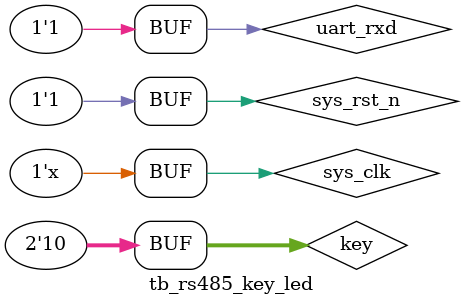
<source format=v>
`timescale  1ns/1ns                // ¶¨Òå·ÂÕæÊ±¼äµ¥Î»1nsºÍ·ÂÕæÊ±¼ä¾«¶ÈÎª1ns

module  tb_rs485_key_led;      // ²âÊÔÄ£¿é

//parameter  define
parameter  T = 20;                 // Ê±ÖÓÖÜÆÚÎª10ns

//defparam  define
defparam u_rs485_key_led.u_key_trig.u_key_debounce_0.CNT_MAX=10;
defparam u_rs485_key_led.u_key_trig.u_key_debounce_1.CNT_MAX=10;

//reg define
reg         sys_clk  ;  // Ê±ÖÓÐÅºÅ
reg         sys_rst_n;  // ¸´Î»ÐÅºÅ
reg  [1:0]  key      ;  // ¸´Î»ÐÅºÅ
reg         uart_rxd ;  // UART½ÓÊÕ¶Ë¿Ú

//*****************************************************
//**                    main code
//*****************************************************

//¸øÊäÈëÐÅºÅ³õÊ¼Öµ
initial begin
   sys_clk            = 1'b0 ;  
   sys_rst_n          = 1'b0 ;     // ¸´Î»
   key                = 2'b11;     //°´¼ü
   uart_rxd           = 1'b1 ;     //¿ÕÏÐÎª¸ß
    #(T+10)
   sys_rst_n  = 1'b1;              // ÔÚµÚ30nsµÄÊ±ºò¸´Î»ÐÅºÅÐÅºÅÀ­¸ß
    #(1000) 
   uart_rxd           = 1'b0 ;     //ÆðÊ¼Î»
    #(8680)
   uart_rxd           = 1'b0 ;     //bit0Î»
    #(8680)
   uart_rxd           = 1'b0 ;     //bit1Î»
    #(8680)
   uart_rxd           = 1'b0 ;     //bit2Î»
    #(8680)
   uart_rxd           = 1'b0 ;     //bit3Î»
    #(8680)
   uart_rxd           = 1'b0 ;     //bit4Î»
    #(8680)
   uart_rxd           = 1'b0 ;     //bit5Î»
    #(8680)
   uart_rxd           = 1'b0 ;     //bit6Î»
    #(8680)
   uart_rxd           = 1'b0 ;     //bit7Î»
    #(8680)
   uart_rxd           = 1'b1 ;     //Í£Ö¹Î»   
    #(1000)
   key                = 2'b10;
    #(20)
   key                = 2'b11;
    #(60)
   key                = 2'b10;
end

//50MhzµÄÊ±ÖÓ£¬ÖÜÆÚÔòÎª1/50Mhz=20ns,ËùÒÔÃ¿10ns£¬µçÆ½È¡·´Ò»´Î
always #(T/2) sys_clk = ~sys_clk;

//Àý»¯¶¥²ãÄ£¿é
 rs485_key_led u_rs485_key_led(
    .sys_clk          (sys_clk  ),    //50mÊ±ÖÓ
    .sys_rst_n        (sys_rst_n),    //¸´Î»ÐÅºÅ£¬µÍµçÆ½ÓÐÐ§
    .key              (key      ),    //°´¼ü
    .led              (),             //ledµÆ
    .rs485_uart_rxd   (uart_rxd ),    //UART½ÓÊÕ¶Ë¿Ú
    .rs485_uart_txd   ()              //UART·¢ËÍ¶Ë¿Ú
);
    
endmodule
</source>
